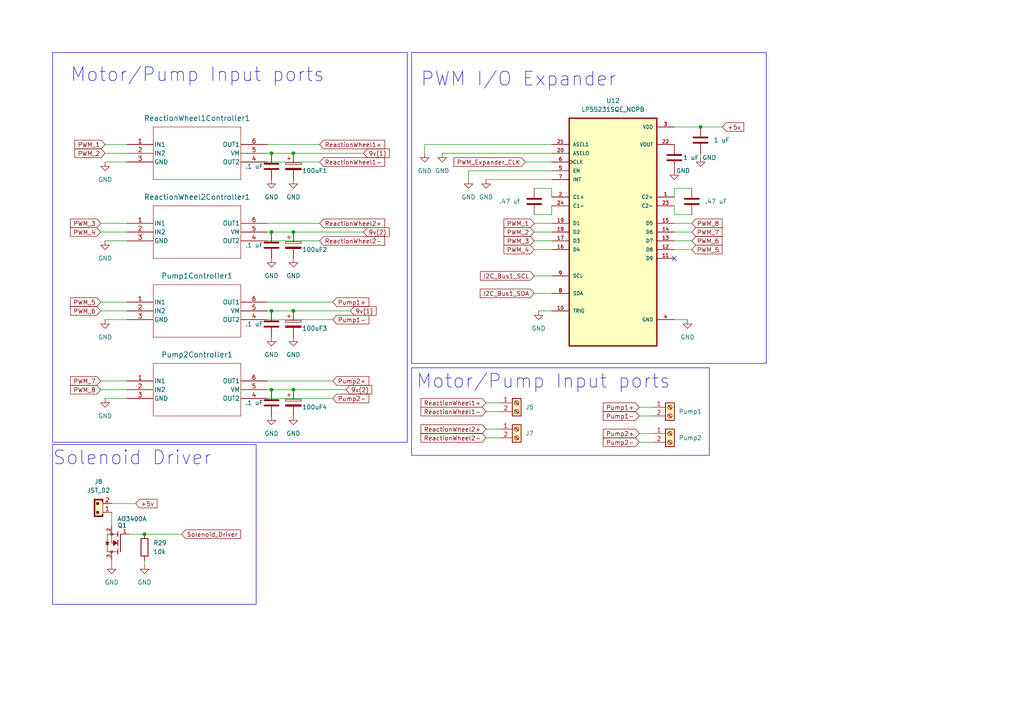
<source format=kicad_sch>
(kicad_sch (version 20230121) (generator eeschema)
  (paper "A4")
  (lib_symbols
    (symbol "Connector:Screw_Terminal_01x02" (pin_names (offset 1.016) hide)
      (property "Reference" "J" (at 0 2.54 0))
      (property "Value" "Screw_Terminal_01x02" (at 0 -5.08 0))
      (symbol "Screw_Terminal_01x02_1_1"
        (rectangle (start -1.27 1.27) (end 1.27 -3.81) (stroke (width 0.254)) (fill (type background)))
        (circle (center 0 -2.54) (radius 0.635) (stroke (width 0.1524)))
        (polyline (pts (xy -0.5334 -2.2098) (xy 0.3302 -3.048)) (stroke (width 0.1524)))
        (polyline (pts (xy -0.5334 0.3302) (xy 0.3302 -0.508)) (stroke (width 0.1524)))
        (polyline (pts (xy -0.3556 -2.032) (xy 0.508 -2.8702)) (stroke (width 0.1524)))
        (polyline (pts (xy -0.3556 0.508) (xy 0.508 -0.3302)) (stroke (width 0.1524)))
        (circle (center 0 0) (radius 0.635) (stroke (width 0.1524)))
        (pin passive line (at -5.08 0 0) (length 3.81) (name "Pin_1") (number "1"))
        (pin passive line (at -5.08 -2.54 0) (length 3.81) (name "Pin_2") (number "2"))
      )
    )
    (symbol "Device:C" (pin_numbers hide) (pin_names (offset 0.254))
      (property "Reference" "C" (at 0.635 2.54 0))
      (property "Value" "C" (at 0.635 -2.54 0))
      (symbol "C_0_1"
        (polyline (pts (xy -2.032 -0.762) (xy 2.032 -0.762)) (stroke (width 0.508)))
        (polyline (pts (xy -2.032 0.762) (xy 2.032 0.762)) (stroke (width 0.508)))
      )
      (symbol "C_1_1"
        (pin passive line (at 0 3.81 270) (length 2.794) (name "~") (number "1"))
        (pin passive line (at 0 -3.81 90) (length 2.794) (name "~") (number "2"))
      )
    )
    (symbol "Device:C_Polarized" (pin_numbers hide) (pin_names (offset 0.254))
      (property "Reference" "C" (at 0.635 2.54 0))
      (property "Value" "C_Polarized" (at 0.635 -2.54 0))
      (symbol "C_Polarized_0_1"
        (rectangle (start -2.286 0.508) (end 2.286 1.016))
        (polyline (pts (xy -1.778 2.286) (xy -0.762 2.286)))
        (polyline (pts (xy -1.27 2.794) (xy -1.27 1.778)))
        (rectangle (start 2.286 -0.508) (end -2.286 -1.016) (fill (type outline)))
      )
      (symbol "C_Polarized_1_1"
        (pin passive line (at 0 3.81 270) (length 2.794) (name "~") (number "1"))
        (pin passive line (at 0 -3.81 90) (length 2.794) (name "~") (number "2"))
      )
    )
    (symbol "Device:R" (pin_numbers hide) (pin_names (offset 0))
      (property "Reference" "R" (at 2.032 0 90))
      (property "Value" "R" (at 0 0 90))
      (symbol "R_0_1"
        (rectangle (start -1.016 -2.54) (end 1.016 2.54) (stroke (width 0.254)))
      )
      (symbol "R_1_1"
        (pin passive line (at 0 3.81 270) (length 1.27) (name "~") (number "1"))
        (pin passive line (at 0 -3.81 90) (length 1.27) (name "~") (number "2"))
      )
    )
    (symbol "Motor Controller:DRV8212DRLR" (pin_names (offset 0.254))
      (property "Reference" "U" (at 20.32 10.16 0))
      (property "Value" "DRV8212DRLR" (at 20.32 7.62 0))
      (symbol "DRV8212DRLR_0_1"
        (polyline (pts (xy 7.62 -10.16) (xy 33.02 -10.16)) (stroke (width 0.127)))
        (polyline (pts (xy 7.62 5.08) (xy 7.62 -10.16)) (stroke (width 0.127)))
        (polyline (pts (xy 33.02 -10.16) (xy 33.02 5.08)) (stroke (width 0.127)))
        (polyline (pts (xy 33.02 5.08) (xy 7.62 5.08)) (stroke (width 0.127)))
        (pin input line (at 0 0 0) (length 7.62) (name "IN1") (number "1"))
        (pin input line (at 0 -2.54 0) (length 7.62) (name "IN2") (number "2"))
        (pin power_out line (at 0 -5.08 0) (length 7.62) (name "GND") (number "3"))
        (pin output line (at 40.64 -5.08 180) (length 7.62) (name "OUT2") (number "4"))
        (pin power_in line (at 40.64 -2.54 180) (length 7.62) (name "VM") (number "5"))
        (pin output line (at 40.64 0 180) (length 7.62) (name "OUT1") (number "6"))
      )
    )
    (symbol "N-Channel-FET:AO3400A" (pin_names (offset 1.016))
      (property "Reference" "Q" (at -8.89 2.54 0))
      (property "Value" "AO3400A" (at -8.89 -7.62 0))
      (symbol "AO3400A_0_0"
        (polyline (pts (xy 0 2.54) (xy 0 -2.54)) (stroke (width 0.254)))
        (polyline (pts (xy 0.762 -2.54) (xy 0.762 -3.175)) (stroke (width 0.254)))
        (polyline (pts (xy 0.762 -1.905) (xy 0.762 -2.54)) (stroke (width 0.254)))
        (polyline (pts (xy 0.762 0) (xy 0.762 -0.762)) (stroke (width 0.254)))
        (polyline (pts (xy 0.762 0) (xy 2.54 0)) (stroke (width 0.1524)))
        (polyline (pts (xy 0.762 0.762) (xy 0.762 0)) (stroke (width 0.254)))
        (polyline (pts (xy 0.762 2.54) (xy 0.762 1.905)) (stroke (width 0.254)))
        (polyline (pts (xy 0.762 2.54) (xy 3.81 2.54)) (stroke (width 0.1524)))
        (polyline (pts (xy 0.762 3.175) (xy 0.762 2.54)) (stroke (width 0.254)))
        (polyline (pts (xy 2.54 -2.54) (xy 0.762 -2.54)) (stroke (width 0.1524)))
        (polyline (pts (xy 2.54 -2.54) (xy 3.81 -2.54)) (stroke (width 0.1524)))
        (polyline (pts (xy 2.54 0) (xy 2.54 -2.54)) (stroke (width 0.1524)))
        (polyline (pts (xy 3.81 0.508) (xy 3.302 0.508)) (stroke (width 0.1524)))
        (polyline (pts (xy 3.81 0.508) (xy 3.81 -2.54)) (stroke (width 0.1524)))
        (polyline (pts (xy 3.81 2.54) (xy 3.81 0.508)) (stroke (width 0.1524)))
        (polyline (pts (xy 4.318 0.508) (xy 3.81 0.508)) (stroke (width 0.1524)))
        (polyline (pts (xy 1.016 0) (xy 2.032 0.762) (xy 2.032 -0.762) (xy 1.016 0)) (stroke (width 0.1524)) (fill (type outline)))
        (polyline (pts (xy 3.81 0.508) (xy 3.302 -0.254) (xy 4.318 -0.254) (xy 3.81 0.508)) (stroke (width 0.1524)) (fill (type outline)))
        (circle (center 2.54 -2.54) (radius 0.3592))
        (circle (center 2.54 2.54) (radius 0.3592))
        (pin passive line (at -2.54 -2.54 0) (length 2.54) (name "~") (number "1"))
        (pin passive line (at 2.54 -5.08 90) (length 2.54) (name "~") (number "2"))
        (pin passive line (at 2.54 5.08 270) (length 2.54) (name "~") (number "3"))
      )
    )
    (symbol "PCM_SL_Connectors:JST_02"
      (property "Reference" "J" (at 0 7.62 0))
      (property "Value" "JST_02" (at 0 5.08 0))
      (symbol "JST_02_0_1"
        (rectangle (start -1.27 2.54) (end 1.27 -2.54) (fill (type background)))
        (polyline (pts (xy -1.27 -1.778) (xy -1.27 -2.54) (xy 1.27 -2.54) (xy 1.27 -1.778) (xy 1.016 -1.778) (xy 1.016 -2.286) (xy -1.016 -2.286) (xy -1.016 -1.778) (xy -1.27 -1.778)) (fill (type outline)))
        (polyline (pts (xy 1.27 1.778) (xy 1.27 2.54) (xy -1.27 2.54) (xy -1.27 1.778) (xy -1.016 1.778) (xy -1.016 2.286) (xy 1.016 2.286) (xy 1.016 1.778) (xy 1.27 1.778)) (fill (type outline)))
        (circle (center 0.254 -1.27) (radius 0.381) (fill (type outline)))
        (circle (center 0.254 1.27) (radius 0.381) (fill (type outline)))
        (rectangle (start 1.016 1.778) (end 1.27 -1.778) (fill (type outline)))
      )
      (symbol "JST_02_1_1"
        (pin passive line (at -3.81 1.27 0) (length 2.54) (name "") (number "1"))
        (pin passive line (at -3.81 -1.27 0) (length 2.54) (name "") (number "2"))
      )
    )
    (symbol "PWM Expander:LP55231SQE_NOPB" (pin_names (offset 1.016))
      (property "Reference" "U" (at -12.7 34.02 0))
      (property "Value" "LP55231SQE_NOPB" (at -12.7 -37.02 0))
      (symbol "LP55231SQE_NOPB_0_0"
        (rectangle (start -12.7 -33.02) (end 12.7 33.02) (stroke (width 0.41)) (fill (type background)))
        (pin bidirectional line (at 17.78 10.16 180) (length 5.08) (name "C2+") (number "1"))
        (pin bidirectional line (at -17.78 -22.86 0) (length 5.08) (name "TRIG") (number "10"))
        (pin bidirectional line (at 17.78 -7.62 180) (length 5.08) (name "D9") (number "11"))
        (pin bidirectional line (at 17.78 -5.08 180) (length 5.08) (name "D8") (number "12"))
        (pin bidirectional line (at 17.78 -2.54 180) (length 5.08) (name "D7") (number "13"))
        (pin bidirectional line (at 17.78 0 180) (length 5.08) (name "D6") (number "14"))
        (pin bidirectional line (at 17.78 2.54 180) (length 5.08) (name "D5") (number "15"))
        (pin bidirectional line (at -17.78 -5.08 0) (length 5.08) (name "D4") (number "16"))
        (pin bidirectional line (at -17.78 -2.54 0) (length 5.08) (name "D3") (number "17"))
        (pin bidirectional line (at -17.78 0 0) (length 5.08) (name "D2") (number "18"))
        (pin bidirectional line (at -17.78 2.54 0) (length 5.08) (name "D1") (number "19"))
        (pin bidirectional line (at -17.78 10.16 0) (length 5.08) (name "C1+") (number "2"))
        (pin input line (at -17.78 22.86 0) (length 5.08) (name "ASELO") (number "20"))
        (pin input line (at -17.78 25.4 0) (length 5.08) (name "ASEL1") (number "21"))
        (pin output line (at 17.78 25.4 180) (length 5.08) (name "VOUT") (number "22"))
        (pin bidirectional line (at 17.78 7.62 180) (length 5.08) (name "C2-") (number "23"))
        (pin bidirectional line (at -17.78 7.62 0) (length 5.08) (name "C1-") (number "24"))
        (pin power_in line (at 17.78 30.48 180) (length 5.08) (name "VDD") (number "3"))
        (pin power_in line (at 17.78 -25.4 180) (length 5.08) (name "GND") (number "4"))
        (pin input line (at -17.78 17.78 0) (length 5.08) (name "EN") (number "5"))
        (pin input clock (at -17.78 20.32 0) (length 5.08) (name "CLK") (number "6"))
        (pin input line (at -17.78 15.24 0) (length 5.08) (name "INT") (number "7"))
        (pin bidirectional line (at -17.78 -17.78 0) (length 5.08) (name "SDA") (number "8"))
        (pin bidirectional line (at -17.78 -12.7 0) (length 5.08) (name "SCL") (number "9"))
      )
    )
    (symbol "power:GND" (power) (pin_names (offset 0))
      (property "Value" "GND" (at 0 -3.81 0))
      (symbol "GND_0_1"
        (polyline (pts (xy 0 0) (xy 0 -1.27) (xy 1.27 -1.27) (xy 0 -2.54) (xy -1.27 -1.27) (xy 0 -1.27)))
      )
      (symbol "GND_1_1"
        (pin power_in line (at 0 0 270) (length 0) hide (name "GND") (number "1"))
      )
    )
  )
  (junction (at 85.09 67.31))
  (junction (at 78.74 67.31))
  (junction (at 85.09 113.03))
  (junction (at 85.09 44.45))
  (junction (at 78.74 44.45))
  (junction (at 41.91 154.94))
  (junction (at 85.09 90.17))
  (junction (at 203.2 36.83))
  (junction (at 78.74 113.03))
  (junction (at 78.74 90.17))
  (no_connect (at 195.58 74.93))
  (wire (pts (xy 140.97 116.84) (xy 144.78 116.84)))
  (wire (pts (xy 85.09 113.03) (xy 78.74 113.03)))
  (wire (pts (xy 96.52 87.63) (xy 77.47 87.63)))
  (wire (pts (xy 200.66 72.39) (xy 195.58 72.39)))
  (wire (pts (xy 200.66 64.77) (xy 195.58 64.77)))
  (wire (pts (xy 78.74 113.03) (xy 77.47 113.03)))
  (wire (pts (xy 96.52 110.49) (xy 77.47 110.49)))
  (wire (pts (xy 195.58 59.69) (xy 195.58 62.23)))
  (wire (pts (xy 39.37 146.05) (xy 32.385 146.05)))
  (wire (pts (xy 30.48 92.71) (xy 36.83 92.71)))
  (wire (pts (xy 100.33 113.03) (xy 85.09 113.03)))
  (wire (pts (xy 92.71 64.77) (xy 77.47 64.77)))
  (wire (pts (xy 32.385 152.4) (xy 32.385 148.59)))
  (wire (pts (xy 30.48 44.45) (xy 36.83 44.45)))
  (wire (pts (xy 200.66 69.85) (xy 195.58 69.85)))
  (wire (pts (xy 128.27 44.45) (xy 160.02 44.45)))
  (wire (pts (xy 154.94 54.61) (xy 160.02 54.61)))
  (wire (pts (xy 140.97 127) (xy 144.78 127)))
  (wire (pts (xy 29.21 113.03) (xy 36.83 113.03)))
  (wire (pts (xy 85.09 44.45) (xy 78.74 44.45)))
  (wire (pts (xy 203.2 45.72) (xy 203.2 44.45)))
  (wire (pts (xy 30.48 115.57) (xy 36.83 115.57)))
  (wire (pts (xy 154.94 62.23) (xy 160.02 62.23)))
  (wire (pts (xy 154.94 64.77) (xy 160.02 64.77)))
  (wire (pts (xy 185.42 125.73) (xy 189.23 125.73)))
  (wire (pts (xy 135.89 49.53) (xy 135.89 52.07)))
  (wire (pts (xy 200.66 67.31) (xy 195.58 67.31)))
  (wire (pts (xy 32.385 163.83) (xy 32.385 162.56)))
  (wire (pts (xy 101.6 90.17) (xy 85.09 90.17)))
  (wire (pts (xy 29.21 64.77) (xy 36.83 64.77)))
  (wire (pts (xy 29.21 67.31) (xy 36.83 67.31)))
  (wire (pts (xy 195.58 54.61) (xy 200.66 54.61)))
  (wire (pts (xy 154.94 67.31) (xy 160.02 67.31)))
  (wire (pts (xy 92.71 69.85) (xy 77.47 69.85)))
  (wire (pts (xy 92.71 41.91) (xy 77.47 41.91)))
  (wire (pts (xy 195.58 36.83) (xy 203.2 36.83)))
  (wire (pts (xy 78.74 44.45) (xy 77.47 44.45)))
  (wire (pts (xy 152.4 46.99) (xy 160.02 46.99)))
  (wire (pts (xy 154.94 69.85) (xy 160.02 69.85)))
  (wire (pts (xy 96.52 115.57) (xy 77.47 115.57)))
  (wire (pts (xy 156.21 90.17) (xy 160.02 90.17)))
  (wire (pts (xy 41.91 163.83) (xy 41.91 162.56)))
  (wire (pts (xy 185.42 120.65) (xy 189.23 120.65)))
  (wire (pts (xy 185.42 118.11) (xy 189.23 118.11)))
  (wire (pts (xy 92.71 46.99) (xy 77.47 46.99)))
  (wire (pts (xy 154.94 80.01) (xy 160.02 80.01)))
  (wire (pts (xy 29.21 110.49) (xy 36.83 110.49)))
  (wire (pts (xy 195.58 62.23) (xy 200.66 62.23)))
  (wire (pts (xy 160.02 57.15) (xy 160.02 54.61)))
  (wire (pts (xy 30.48 69.85) (xy 36.83 69.85)))
  (wire (pts (xy 37.465 154.94) (xy 41.91 154.94)))
  (wire (pts (xy 78.74 90.17) (xy 77.47 90.17)))
  (wire (pts (xy 29.21 87.63) (xy 36.83 87.63)))
  (wire (pts (xy 154.94 85.09) (xy 160.02 85.09)))
  (wire (pts (xy 160.02 59.69) (xy 160.02 62.23)))
  (wire (pts (xy 30.48 46.99) (xy 36.83 46.99)))
  (wire (pts (xy 123.19 41.91) (xy 123.19 44.45)))
  (wire (pts (xy 96.52 92.71) (xy 77.47 92.71)))
  (wire (pts (xy 29.21 90.17) (xy 36.83 90.17)))
  (wire (pts (xy 154.94 72.39) (xy 160.02 72.39)))
  (wire (pts (xy 203.2 36.83) (xy 209.55 36.83)))
  (wire (pts (xy 85.09 90.17) (xy 78.74 90.17)))
  (wire (pts (xy 160.02 41.91) (xy 123.19 41.91)))
  (wire (pts (xy 195.58 57.15) (xy 195.58 54.61)))
  (wire (pts (xy 160.02 49.53) (xy 135.89 49.53)))
  (wire (pts (xy 140.97 52.07) (xy 160.02 52.07)))
  (wire (pts (xy 199.39 92.71) (xy 195.58 92.71)))
  (wire (pts (xy 30.48 41.91) (xy 36.83 41.91)))
  (wire (pts (xy 78.74 67.31) (xy 77.47 67.31)))
  (wire (pts (xy 105.41 67.31) (xy 85.09 67.31)))
  (wire (pts (xy 105.41 44.45) (xy 85.09 44.45)))
  (wire (pts (xy 140.97 124.46) (xy 144.78 124.46)))
  (wire (pts (xy 85.09 67.31) (xy 78.74 67.31)))
  (wire (pts (xy 185.42 128.27) (xy 189.23 128.27)))
  (wire (pts (xy 41.91 154.94) (xy 52.705 154.94)))
  (wire (pts (xy 140.97 119.38) (xy 144.78 119.38)))
  (rectangle (start 119.38 106.68) (end 205.74 132.08))
  (rectangle (start 15.24 128.905) (end 74.295 175.26))
  (rectangle (start 119.38 15.24) (end 222.25 105.41))
  (rectangle (start 15.24 15.24) (end 118.11 128.27))
  (text "Motor/Pump Input ports" (at 20.32 24.13 0) (effects (font (size 4 4)) (justify left bottom)))
  (text "PWM I/O Expander\n" (at 121.92 25.4 0) (effects (font (size 4 4)) (justify left bottom)))
  (text "Motor/Pump Input ports" (at 120.65 113.03 0) (effects (font (size 4 4)) (justify left bottom)))
  (text "Solenoid Driver" (at 15.24 135.255 0) (effects (font (size 4 4)) (justify left bottom)))
  (global_label "Pump1-" (shape input) (at 185.42 120.65 180) (property "Intersheetrefs" "${INTERSHEET_REFS}" (effects hide)))
  (global_label "Pump2+" (shape input) (at 185.42 125.73 180) (property "Intersheetrefs" "${INTERSHEET_REFS}" (effects hide)))
  (global_label "Pump1+" (shape input) (at 96.52 87.63 0) (property "Intersheetrefs" "${INTERSHEET_REFS}" (effects hide)))
  (global_label "ReactionWheel2-" (shape input) (at 140.97 127 180) (property "Intersheetrefs" "${INTERSHEET_REFS}" (effects hide)))
  (global_label "I2C_Bus1_SDA" (shape input) (at 154.94 85.09 180) (property "Intersheetrefs" "${INTERSHEET_REFS}" (effects hide)))
  (global_label "9v(1)" (shape input) (at 101.6 90.17 0) (property "Intersheetrefs" "${INTERSHEET_REFS}" (effects hide)))
  (global_label "9v(2)" (shape input) (at 105.41 67.31 0) (property "Intersheetrefs" "${INTERSHEET_REFS}" (effects hide)))
  (global_label "PWM_5" (shape input) (at 29.21 87.63 180) (property "Intersheetrefs" "${INTERSHEET_REFS}" (effects hide)))
  (global_label "PWM_5" (shape input) (at 200.66 72.39 0) (property "Intersheetrefs" "${INTERSHEET_REFS}" (effects hide)))
  (global_label "Solenoid_Driver" (shape input) (at 52.705 154.94 0) (property "Intersheetrefs" "${INTERSHEET_REFS}" (effects hide)))
  (global_label "Pump2-" (shape input) (at 96.52 115.57 0) (property "Intersheetrefs" "${INTERSHEET_REFS}" (effects hide)))
  (global_label "PWM_4" (shape input) (at 29.21 67.31 180) (property "Intersheetrefs" "${INTERSHEET_REFS}" (effects hide)))
  (global_label "PWM_8" (shape input) (at 200.66 64.77 0) (property "Intersheetrefs" "${INTERSHEET_REFS}" (effects hide)))
  (global_label "ReactionWheel2-" (shape input) (at 92.71 69.85 0) (property "Intersheetrefs" "${INTERSHEET_REFS}" (effects hide)))
  (global_label "ReactionWheel1-" (shape input) (at 140.97 119.38 180) (property "Intersheetrefs" "${INTERSHEET_REFS}" (effects hide)))
  (global_label "PWM_8" (shape input) (at 29.21 113.03 180) (property "Intersheetrefs" "${INTERSHEET_REFS}" (effects hide)))
  (global_label "PWM_4" (shape input) (at 154.94 72.39 180) (property "Intersheetrefs" "${INTERSHEET_REFS}" (effects hide)))
  (global_label "PWM_Expander_CLK" (shape input) (at 152.4 46.99 180) (property "Intersheetrefs" "${INTERSHEET_REFS}" (effects hide)))
  (global_label "PWM_2" (shape input) (at 30.48 44.45 180) (property "Intersheetrefs" "${INTERSHEET_REFS}" (effects hide)))
  (global_label "9v(1)" (shape input) (at 105.41 44.45 0) (property "Intersheetrefs" "${INTERSHEET_REFS}" (effects hide)))
  (global_label "+5v" (shape input) (at 39.37 146.05 0) (property "Intersheetrefs" "${INTERSHEET_REFS}" (effects hide)))
  (global_label "ReactionWheel1+" (shape input) (at 140.97 116.84 180) (property "Intersheetrefs" "${INTERSHEET_REFS}" (effects hide)))
  (global_label "Pump2+" (shape input) (at 96.52 110.49 0) (property "Intersheetrefs" "${INTERSHEET_REFS}" (effects hide)))
  (global_label "PWM_1" (shape input) (at 154.94 64.77 180) (property "Intersheetrefs" "${INTERSHEET_REFS}" (effects hide)))
  (global_label "I2C_Bus1_SCL" (shape input) (at 154.94 80.01 180) (property "Intersheetrefs" "${INTERSHEET_REFS}" (effects hide)))
  (global_label "9v(2)" (shape input) (at 100.33 113.03 0) (property "Intersheetrefs" "${INTERSHEET_REFS}" (effects hide)))
  (global_label "PWM_3" (shape input) (at 29.21 64.77 180) (property "Intersheetrefs" "${INTERSHEET_REFS}" (effects hide)))
  (global_label "Pump1+" (shape input) (at 185.42 118.11 180) (property "Intersheetrefs" "${INTERSHEET_REFS}" (effects hide)))
  (global_label "PWM_7" (shape input) (at 200.66 67.31 0) (property "Intersheetrefs" "${INTERSHEET_REFS}" (effects hide)))
  (global_label "ReactionWheel1-" (shape input) (at 92.71 46.99 0) (property "Intersheetrefs" "${INTERSHEET_REFS}" (effects hide)))
  (global_label "Pump2-" (shape input) (at 185.42 128.27 180) (property "Intersheetrefs" "${INTERSHEET_REFS}" (effects hide)))
  (global_label "PWM_3" (shape input) (at 154.94 69.85 180) (property "Intersheetrefs" "${INTERSHEET_REFS}" (effects hide)))
  (global_label "PWM_1" (shape input) (at 30.48 41.91 180) (property "Intersheetrefs" "${INTERSHEET_REFS}" (effects hide)))
  (global_label "ReactionWheel1+" (shape input) (at 92.71 41.91 0) (property "Intersheetrefs" "${INTERSHEET_REFS}" (effects hide)))
  (global_label "PWM_2" (shape input) (at 154.94 67.31 180) (property "Intersheetrefs" "${INTERSHEET_REFS}" (effects hide)))
  (global_label "+5v" (shape input) (at 209.55 36.83 0) (property "Intersheetrefs" "${INTERSHEET_REFS}" (effects hide)))
  (global_label "PWM_6" (shape input) (at 29.21 90.17 180) (property "Intersheetrefs" "${INTERSHEET_REFS}" (effects hide)))
  (global_label "ReactionWheel2+" (shape input) (at 140.97 124.46 180) (property "Intersheetrefs" "${INTERSHEET_REFS}" (effects hide)))
  (global_label "ReactionWheel2+" (shape input) (at 92.71 64.77 0) (property "Intersheetrefs" "${INTERSHEET_REFS}" (effects hide)))
  (global_label "PWM_7" (shape input) (at 29.21 110.49 180) (property "Intersheetrefs" "${INTERSHEET_REFS}" (effects hide)))
  (global_label "PWM_6" (shape input) (at 200.66 69.85 0) (property "Intersheetrefs" "${INTERSHEET_REFS}" (effects hide)))
  (global_label "Pump1-" (shape input) (at 96.52 92.71 0) (property "Intersheetrefs" "${INTERSHEET_REFS}" (effects hide)))
  (symbol (lib_id "power:GND") (at 140.97 52.07 0) (unit 1)
    (property "Reference" "#PWR071" (effects hide))
    (property "Value" "GND" (at 140.97 57.15 0))
  )
  (symbol (lib_id "Motor Controller:DRV8212DRLR") (at 36.83 87.63 0) (unit 1)
    (property "Reference" "Pump1Controller1" (at 57.15 80.01 0) (effects (font (size 1.524 1.524))))
    (property "Value" "DRV8212DRLR" (effects hide))
    (property "Footprint" "DRV8212:SOT6_DRV8212_TEX-L" (effects hide))
    (property "Datasheet" "DRV8212DRLR" (effects hide))
  )
  (symbol (lib_id "power:GND") (at 128.27 44.45 0) (unit 1)
    (property "Reference" "#PWR074" (effects hide))
    (property "Value" "GND" (at 128.27 49.53 0))
  )
  (symbol (lib_id "Device:C") (at 78.74 93.98 0) (unit 1)
    (property "Reference" "C21" (effects hide))
    (property "Value" ".1 uF" (at 71.12 93.98 0) (effects (justify left)))
    (property "Footprint" "Capacitor_SMD:C_0603_1608Metric_Pad1.08x0.95mm_HandSolder" (effects hide))
  )
  (symbol (lib_id "power:GND") (at 203.2 45.72 0) (unit 1)
    (property "Reference" "#PWR068" (effects hide))
    (property "Value" "GND" (at 205.74 45.72 0))
  )
  (symbol (lib_id "power:GND") (at 30.48 46.99 0) (unit 1)
    (property "Reference" "#PWR027" (effects hide))
    (property "Value" "GND" (at 30.48 52.07 0))
  )
  (symbol (lib_id "power:GND") (at 123.19 44.45 0) (unit 1)
    (property "Reference" "#PWR073" (effects hide))
    (property "Value" "GND" (at 123.19 49.53 0))
  )
  (symbol (lib_id "power:GND") (at 32.385 163.83 0) (unit 1)
    (property "Reference" "#PWR099" (effects hide))
    (property "Value" "GND" (at 32.385 168.91 0))
  )
  (symbol (lib_id "power:GND") (at 30.48 69.85 0) (unit 1)
    (property "Reference" "#PWR028" (effects hide))
    (property "Value" "GND" (at 30.48 74.93 0))
  )
  (symbol (lib_id "Device:R") (at 41.91 158.75 0) (unit 1)
    (property "Reference" "R29" (at 44.45 157.48 0) (effects (justify left)))
    (property "Value" "10k" (at 44.45 160.02 0) (effects (justify left)))
    (property "Footprint" "Resistor_SMD:R_0603_1608Metric_Pad0.98x0.95mm_HandSolder" (effects hide))
  )
  (symbol (lib_id "Device:C") (at 195.58 45.72 0) (unit 1)
    (property "Reference" "C26" (effects hide))
    (property "Value" "1 uF" (at 198.12 45.72 0) (effects (justify left)))
    (property "Footprint" "Capacitor_SMD:C_0603_1608Metric_Pad1.08x0.95mm_HandSolder" (effects hide))
  )
  (symbol (lib_id "Device:C") (at 78.74 71.12 0) (unit 1)
    (property "Reference" "C13" (effects hide))
    (property "Value" ".1 uF" (at 71.12 71.12 0) (effects (justify left)))
    (property "Footprint" "Capacitor_SMD:C_0603_1608Metric_Pad1.08x0.95mm_HandSolder" (effects hide))
  )
  (symbol (lib_id "power:GND") (at 30.48 92.71 0) (unit 1)
    (property "Reference" "#PWR029" (effects hide))
    (property "Value" "GND" (at 30.48 97.79 0))
  )
  (symbol (lib_id "power:GND") (at 195.58 49.53 0) (unit 1)
    (property "Reference" "#PWR069" (effects hide))
    (property "Value" "GND" (at 198.12 49.53 0))
  )
  (symbol (lib_id "power:GND") (at 78.74 74.93 0) (unit 1)
    (property "Reference" "#PWR061" (effects hide))
    (property "Value" "GND" (at 78.74 80.01 0))
  )
  (symbol (lib_id "Device:C_Polarized") (at 85.09 48.26 0) (unit 1)
    (property "Reference" "100uF1" (at 87.63 49.53 0) (effects (justify left)))
    (property "Value" "C_Polarized" (effects hide))
    (property "Footprint" "Capacitor_THT:CP_Radial_D8.0mm_P5.00mm" (effects hide))
  )
  (symbol (lib_id "power:GND") (at 156.21 90.17 0) (unit 1)
    (property "Reference" "#PWR070" (effects hide))
    (property "Value" "GND" (at 156.21 95.25 0))
  )
  (symbol (lib_id "Motor Controller:DRV8212DRLR") (at 36.83 64.77 0) (unit 1)
    (property "Reference" "ReactionWheel2Controller1" (at 57.15 57.15 0) (effects (font (size 1.524 1.524))))
    (property "Value" "DRV8212DRLR" (effects hide))
    (property "Footprint" "DRV8212:SOT6_DRV8212_TEX-L" (effects hide))
    (property "Datasheet" "DRV8212DRLR" (effects hide))
  )
  (symbol (lib_id "power:GND") (at 78.74 97.79 0) (unit 1)
    (property "Reference" "#PWR032" (effects hide))
    (property "Value" "GND" (at 78.74 102.87 0))
  )
  (symbol (lib_id "power:GND") (at 30.48 115.57 0) (unit 1)
    (property "Reference" "#PWR030" (effects hide))
    (property "Value" "GND" (at 30.48 120.65 0))
  )
  (symbol (lib_id "PCM_SL_Connectors:JST_02") (at 28.575 147.32 180) (unit 1)
    (property "Reference" "J8" (at 28.575 139.7 0))
    (property "Value" "JST_02" (at 28.575 142.24 0))
    (property "Footprint" "Connector_JST:JST_EH_B2B-EH-A_1x02_P2.50mm_Vertical" (effects hide))
  )
  (symbol (lib_id "power:GND") (at 85.09 52.07 0) (unit 1)
    (property "Reference" "#PWR064" (effects hide))
    (property "Value" "GND" (at 85.09 57.15 0))
  )
  (symbol (lib_id "power:GND") (at 41.91 163.83 0) (unit 1)
    (property "Reference" "#PWR0100" (effects hide))
    (property "Value" "GND" (at 41.91 168.91 0))
  )
  (symbol (lib_id "PWM Expander:LP55231SQE_NOPB") (at 177.8 67.31 0) (unit 1)
    (property "Reference" "U12" (at 177.8 29.21 0))
    (property "Value" "LP55231SQE_NOPB" (at 177.8 31.75 0))
    (property "Footprint" "PWM_EXPANDER:RTW24_TEX" (effects hide))
    (property "MF" "Texas Instruments" (effects hide))
    (property "Description" "\n9 channel RGB / White LED driver with internal program memory and integrated charge Pump - WQFN\n" (effects hide))
    (property "Package" "WQFN-24 Texas Instruments" (effects hide))
    (property "Price" "None" (effects hide))
    (property "SnapEDA_Link" "https://www.snapeda.com/parts/LP55231SQE/NOPB/Texas+Instruments/view-part/?ref=snap" (effects hide))
    (property "MP" "LP55231SQE/NOPB" (effects hide))
    (property "Purchase-URL" "https://www.snapeda.com/api/url_track_click_mouser/?unipart_id=474412&manufacturer=Texas Instruments&part_name=LP55231SQE/NOPB&search_term=lp55231" (effects hide))
    (property "Availability" "In Stock" (effects hide))
    (property "Check_prices" "https://www.snapeda.com/parts/LP55231SQE/NOPB/Texas+Instruments/view-part/?ref=eda" (effects hide))
  )
  (symbol (lib_id "power:GND") (at 78.74 52.07 0) (unit 1)
    (property "Reference" "#PWR062" (effects hide))
    (property "Value" "GND" (at 78.74 57.15 0))
  )
  (symbol (lib_id "N-Channel-FET:AO3400A") (at 34.925 157.48 180) (unit 1)
    (property "Reference" "Q1" (at 36.83 152.4 0) (effects (justify left)))
    (property "Value" "AO3400A" (at 42.545 150.495 0) (effects (justify left)))
    (property "Footprint" "N-Channel:SOT95P280X125-3N" (effects hide))
    (property "MF" "Alpha &" (effects hide))
    (property "MAXIMUM_PACKAGE_HEIGHT" "1.25 mm" (effects hide))
    (property "Package" "SOT-23 Alpha &amp; Omega Semiconductor" (effects hide))
    (property "Price" "None" (effects hide))
    (property "Check_prices" "https://www.snapeda.com/parts/AO3400A/Alpha+%2526+Omega+Semiconductor+Inc./view-part/?ref=eda" (effects hide))
    (property "STANDARD" "IPC 7351B" (effects hide))
    (property "PARTREV" "L" (effects hide))
    (property "SnapEDA_Link" "https://www.snapeda.com/parts/AO3400A/Alpha+%2526+Omega+Semiconductor+Inc./view-part/?ref=snap" (effects hide))
    (property "MP" "AO3400A" (effects hide))
    (property "Description" "\nN-Channel 30 V 5.7A (Ta) 1.4W (Ta) Surface Mount SOT-23-3\n" (effects hide))
    (property "Availability" "In Stock" (effects hide))
    (property "MANUFACTURER" "Alpha & Omega Semiconductor" (effects hide))
  )
  (symbol (lib_id "power:GND") (at 199.39 92.71 0) (unit 1)
    (property "Reference" "#PWR067" (effects hide))
    (property "Value" "GND" (at 199.39 97.79 0))
  )
  (symbol (lib_id "Device:C_Polarized") (at 85.09 93.98 0) (unit 1)
    (property "Reference" "100uF3" (at 87.63 95.25 0) (effects (justify left)))
    (property "Value" "C_Polarized" (effects hide))
    (property "Footprint" "Capacitor_THT:CP_Radial_D8.0mm_P5.00mm" (effects hide))
  )
  (symbol (lib_id "Connector:Screw_Terminal_01x02") (at 194.31 125.73 0) (unit 1)
    (property "Reference" "Pump2" (at 196.85 127 0) (effects (justify left)))
    (property "Value" "Screw_Terminal_01x02" (effects hide))
    (property "Footprint" "TerminalBlock_TE-Connectivity:TerminalBlock_TE_282834-2_1x02_P2.54mm_Horizontal" (effects hide))
  )
  (symbol (lib_id "Connector:Screw_Terminal_01x02") (at 149.86 124.46 0) (unit 1)
    (property "Reference" "J7" (at 152.4 125.73 0) (effects (justify left)))
    (property "Value" "Screw_Terminal_01x02" (effects hide))
    (property "Footprint" "TerminalBlock_TE-Connectivity:TerminalBlock_TE_282834-2_1x02_P2.54mm_Horizontal" (effects hide))
    (instances (project "Watersphere mobo" (path "" (reference "J7") (unit 1)) (path "" (reference "ReactionWheel2") (unit 1))))
  )
  (symbol (lib_id "power:GND") (at 78.74 120.65 0) (unit 1)
    (property "Reference" "#PWR031" (effects hide))
    (property "Value" "GND" (at 78.74 125.73 0))
  )
  (symbol (lib_id "Device:C") (at 78.74 116.84 0) (unit 1)
    (property "Reference" "C22" (effects hide))
    (property "Value" ".1 uF" (at 71.12 116.84 0) (effects (justify left)))
    (property "Footprint" "Capacitor_SMD:C_0603_1608Metric_Pad1.08x0.95mm_HandSolder" (effects hide))
  )
  (symbol (lib_id "power:GND") (at 85.09 97.79 0) (unit 1)
    (property "Reference" "#PWR065" (effects hide))
    (property "Value" "GND" (at 85.09 102.87 0))
  )
  (symbol (lib_id "Device:C_Polarized") (at 85.09 71.12 0) (unit 1)
    (property "Reference" "100uF2" (at 87.63 72.39 0) (effects (justify left)))
    (property "Value" "C_Polarized" (effects hide))
    (property "Footprint" "Capacitor_THT:CP_Radial_D8.0mm_P5.00mm" (effects hide))
  )
  (symbol (lib_id "Connector:Screw_Terminal_01x02") (at 194.31 118.11 0) (unit 1)
    (property "Reference" "Pump1" (at 196.85 119.38 0) (effects (justify left)))
    (property "Value" "Screw_Terminal_01x02" (effects hide))
    (property "Footprint" "TerminalBlock_TE-Connectivity:TerminalBlock_TE_282834-2_1x02_P2.54mm_Horizontal" (effects hide))
  )
  (symbol (lib_id "Device:C") (at 200.66 58.42 0) (unit 1)
    (property "Reference" "C24" (effects hide))
    (property "Value" ".47 uF" (at 204.47 58.42 0) (effects (justify left)))
    (property "Footprint" "Capacitor_SMD:C_0603_1608Metric_Pad1.08x0.95mm_HandSolder" (effects hide))
  )
  (symbol (lib_id "power:GND") (at 85.09 74.93 0) (unit 1)
    (property "Reference" "#PWR063" (effects hide))
    (property "Value" "GND" (at 85.09 80.01 0))
  )
  (symbol (lib_id "Connector:Screw_Terminal_01x02") (at 149.86 116.84 0) (unit 1)
    (property "Reference" "J5" (at 152.4 118.11 0) (effects (justify left)))
    (property "Value" "Screw_Terminal_01x02" (effects hide))
    (property "Footprint" "TerminalBlock_TE-Connectivity:TerminalBlock_TE_282834-2_1x02_P2.54mm_Horizontal" (effects hide))
    (instances (project "Watersphere mobo" (path "" (reference "J5") (unit 1)) (path "" (reference "ReactionWheel1") (unit 1))))
  )
  (symbol (lib_id "Motor Controller:DRV8212DRLR") (at 36.83 41.91 0) (unit 1)
    (property "Reference" "ReactionWheel1Controller1" (at 57.15 34.29 0) (effects (font (size 1.524 1.524))))
    (property "Value" "DRV8212DRLR" (effects hide))
    (property "Footprint" "DRV8212:SOT6_DRV8212_TEX-L" (effects hide))
    (property "Datasheet" "DRV8212DRLR" (effects hide))
  )
  (symbol (lib_id "Motor Controller:DRV8212DRLR") (at 36.83 110.49 0) (unit 1)
    (property "Reference" "Pump2Controller1" (at 57.15 102.87 0) (effects (font (size 1.524 1.524))))
    (property "Value" "DRV8212DRLR" (effects hide))
    (property "Footprint" "DRV8212:SOT6_DRV8212_TEX-L" (effects hide))
    (property "Datasheet" "DRV8212DRLR" (effects hide))
  )
  (symbol (lib_id "Device:C_Polarized") (at 85.09 116.84 0) (unit 1)
    (property "Reference" "100uF4" (at 87.63 118.11 0) (effects (justify left)))
    (property "Value" "C_Polarized" (effects hide))
    (property "Footprint" "Capacitor_THT:CP_Radial_D8.0mm_P5.00mm" (effects hide))
  )
  (symbol (lib_id "power:GND") (at 135.89 52.07 0) (unit 1)
    (property "Reference" "#PWR072" (effects hide))
    (property "Value" "GND" (at 135.89 57.15 0))
  )
  (symbol (lib_id "Device:C") (at 203.2 40.64 0) (unit 1)
    (property "Reference" "C25" (effects hide))
    (property "Value" "1 uF" (at 207.01 40.64 0) (effects (justify left)))
    (property "Footprint" "Capacitor_SMD:C_0603_1608Metric_Pad1.08x0.95mm_HandSolder" (effects hide))
  )
  (symbol (lib_id "Device:C") (at 78.74 48.26 0) (unit 1)
    (property "Reference" "C12" (effects hide))
    (property "Value" ".1 uF" (at 71.12 48.26 0) (effects (justify left)))
    (property "Footprint" "Capacitor_SMD:C_0603_1608Metric_Pad1.08x0.95mm_HandSolder" (effects hide))
  )
  (symbol (lib_id "Device:C") (at 154.94 58.42 0) (unit 1)
    (property "Reference" "C23" (effects hide))
    (property "Value" ".47 uf" (at 144.78 58.42 0) (effects (justify left)))
    (property "Footprint" "Capacitor_SMD:C_0603_1608Metric_Pad1.08x0.95mm_HandSolder" (effects hide))
  )
  (symbol (lib_id "power:GND") (at 85.09 120.65 0) (unit 1)
    (property "Reference" "#PWR066" (effects hide))
    (property "Value" "GND" (at 85.09 125.73 0))
  )
)
</source>
